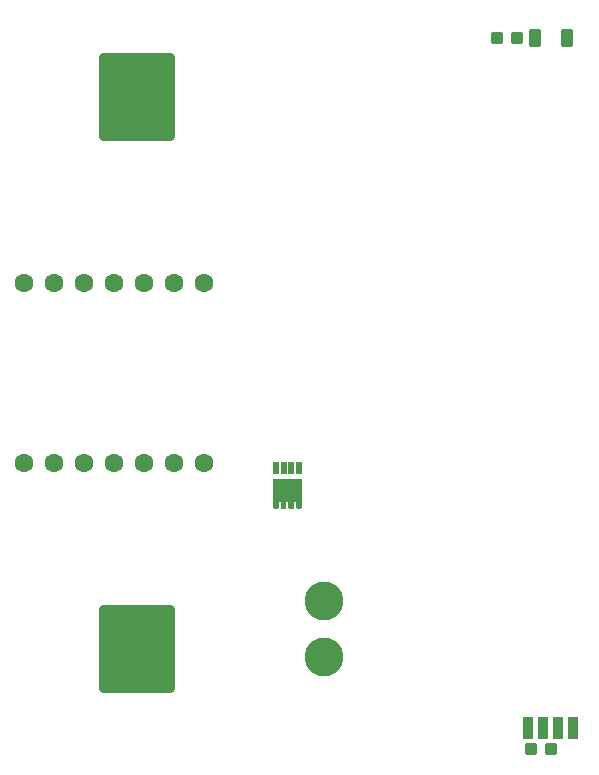
<source format=gbr>
%TF.GenerationSoftware,Altium Limited,Altium Designer,24.10.1 (45)*%
G04 Layer_Color=16711935*
%FSLAX45Y45*%
%MOMM*%
%TF.SameCoordinates,5FB93C32-CF51-4A86-A7AC-1E4FFFE00694*%
%TF.FilePolarity,Negative*%
%TF.FileFunction,Soldermask,Bot*%
%TF.Part,Single*%
G01*
G75*
%TA.AperFunction,SMDPad,CuDef*%
G04:AMPARAMS|DCode=23|XSize=2.35mm|YSize=1.8mm|CornerRadius=0.09mm|HoleSize=0mm|Usage=FLASHONLY|Rotation=180.000|XOffset=0mm|YOffset=0mm|HoleType=Round|Shape=RoundedRectangle|*
%AMROUNDEDRECTD23*
21,1,2.35000,1.62000,0,0,180.0*
21,1,2.17000,1.80000,0,0,180.0*
1,1,0.18000,-1.08500,0.81000*
1,1,0.18000,1.08500,0.81000*
1,1,0.18000,1.08500,-0.81000*
1,1,0.18000,-1.08500,-0.81000*
%
%ADD23ROUNDEDRECTD23*%
G04:AMPARAMS|DCode=33|XSize=1.1mm|YSize=1mm|CornerRadius=0.1625mm|HoleSize=0mm|Usage=FLASHONLY|Rotation=90.000|XOffset=0mm|YOffset=0mm|HoleType=Round|Shape=RoundedRectangle|*
%AMROUNDEDRECTD33*
21,1,1.10000,0.67500,0,0,90.0*
21,1,0.77500,1.00000,0,0,90.0*
1,1,0.32500,0.33750,0.38750*
1,1,0.32500,0.33750,-0.38750*
1,1,0.32500,-0.33750,-0.38750*
1,1,0.32500,-0.33750,0.38750*
%
%ADD33ROUNDEDRECTD33*%
G04:AMPARAMS|DCode=34|XSize=0.9mm|YSize=1.9mm|CornerRadius=0.09mm|HoleSize=0mm|Usage=FLASHONLY|Rotation=180.000|XOffset=0mm|YOffset=0mm|HoleType=Round|Shape=RoundedRectangle|*
%AMROUNDEDRECTD34*
21,1,0.90000,1.72000,0,0,180.0*
21,1,0.72000,1.90000,0,0,180.0*
1,1,0.18000,-0.36000,0.86000*
1,1,0.18000,0.36000,0.86000*
1,1,0.18000,0.36000,-0.86000*
1,1,0.18000,-0.36000,-0.86000*
%
%ADD34ROUNDEDRECTD34*%
%TA.AperFunction,ConnectorPad*%
G04:AMPARAMS|DCode=36|XSize=1.1mm|YSize=1mm|CornerRadius=0.1625mm|HoleSize=0mm|Usage=FLASHONLY|Rotation=90.000|XOffset=0mm|YOffset=0mm|HoleType=Round|Shape=RoundedRectangle|*
%AMROUNDEDRECTD36*
21,1,1.10000,0.67500,0,0,90.0*
21,1,0.77500,1.00000,0,0,90.0*
1,1,0.32500,0.33750,0.38750*
1,1,0.32500,0.33750,-0.38750*
1,1,0.32500,-0.33750,-0.38750*
1,1,0.32500,-0.33750,0.38750*
%
%ADD36ROUNDEDRECTD36*%
%TA.AperFunction,ComponentPad*%
%ADD37C,3.30000*%
%TA.AperFunction,WasherPad*%
%ADD38C,0.10000*%
%TA.AperFunction,ComponentPad*%
%ADD39C,0.10000*%
%TA.AperFunction,SMDPad,CuDef*%
G04:AMPARAMS|DCode=40|XSize=7.44mm|YSize=6.45mm|CornerRadius=0.3675mm|HoleSize=0mm|Usage=FLASHONLY|Rotation=270.000|XOffset=0mm|YOffset=0mm|HoleType=Round|Shape=RoundedRectangle|*
%AMROUNDEDRECTD40*
21,1,7.44000,5.71500,0,0,270.0*
21,1,6.70500,6.45000,0,0,270.0*
1,1,0.73500,-2.85750,-3.35250*
1,1,0.73500,-2.85750,3.35250*
1,1,0.73500,2.85750,3.35250*
1,1,0.73500,2.85750,-3.35250*
%
%ADD40ROUNDEDRECTD40*%
G04:AMPARAMS|DCode=41|XSize=0.5mm|YSize=1.1mm|CornerRadius=0.1mm|HoleSize=0mm|Usage=FLASHONLY|Rotation=0.000|XOffset=0mm|YOffset=0mm|HoleType=Round|Shape=RoundedRectangle|*
%AMROUNDEDRECTD41*
21,1,0.50000,0.90000,0,0,0.0*
21,1,0.30000,1.10000,0,0,0.0*
1,1,0.20000,0.15000,-0.45000*
1,1,0.20000,-0.15000,-0.45000*
1,1,0.20000,-0.15000,0.45000*
1,1,0.20000,0.15000,0.45000*
%
%ADD41ROUNDEDRECTD41*%
G04:AMPARAMS|DCode=42|XSize=1mm|YSize=1.5mm|CornerRadius=0.095mm|HoleSize=0mm|Usage=FLASHONLY|Rotation=180.000|XOffset=0mm|YOffset=0mm|HoleType=Round|Shape=RoundedRectangle|*
%AMROUNDEDRECTD42*
21,1,1.00000,1.31000,0,0,180.0*
21,1,0.81000,1.50000,0,0,180.0*
1,1,0.19000,-0.40500,0.65500*
1,1,0.19000,0.40500,0.65500*
1,1,0.19000,0.40500,-0.65500*
1,1,0.19000,-0.40500,-0.65500*
%
%ADD42ROUNDEDRECTD42*%
%TA.AperFunction,ComponentPad*%
%ADD43C,1.60000*%
G36*
X2484020Y2404972D02*
X2484473Y2404927D01*
X2484473Y2404927D01*
X2484474D01*
X2485172Y2404715D01*
X2485415Y2404642D01*
X2485415D01*
X2485416Y2404641D01*
X2487254Y2403880D01*
X2487518Y2403739D01*
X2488123Y2403416D01*
X2488884Y2402790D01*
X2490291Y2401384D01*
X2490695Y2400891D01*
X2490915Y2400623D01*
X2491379Y2399754D01*
X2492141Y2397917D01*
X2492141Y2397915D01*
Y2397915D01*
X2492215Y2397672D01*
X2492427Y2396974D01*
Y2396973D01*
X2492427Y2396973D01*
X2492523Y2395993D01*
X2492523Y2395005D01*
X2492523Y2395000D01*
X2492523Y2165009D01*
X2492525Y2164014D01*
X2492525Y2164010D01*
X2492525Y2164008D01*
X2492496Y2163710D01*
X2492431Y2163034D01*
X2492430Y2163030D01*
X2492429Y2163028D01*
X2492263Y2162476D01*
X2492146Y2162091D01*
X2492146Y2162089D01*
X2492144Y2162085D01*
X2491384Y2160246D01*
X2491383Y2160243D01*
X2491382Y2160242D01*
X2491187Y2159875D01*
X2490921Y2159377D01*
X2490920Y2159376D01*
X2490918Y2159373D01*
X2490499Y2158862D01*
X2490297Y2158615D01*
X2490295Y2158614D01*
X2490293Y2158612D01*
X2488886Y2157205D01*
X2488883Y2157202D01*
X2488882Y2157201D01*
X2488596Y2156967D01*
X2488125Y2156580D01*
X2488123Y2156579D01*
X2488120Y2156577D01*
X2487540Y2156268D01*
X2487256Y2156116D01*
X2487254Y2156116D01*
X2487251Y2156114D01*
X2485411Y2155354D01*
X2485408Y2155353D01*
X2485406Y2155352D01*
X2485016Y2155235D01*
X2484468Y2155069D01*
X2484465Y2155069D01*
X2484463Y2155068D01*
X2483994Y2155023D01*
X2483488Y2154974D01*
X2483485Y2154974D01*
X2483482Y2154974D01*
X2482512Y2154976D01*
X2482500Y2154975D01*
X2452506Y2154975D01*
X2451511Y2154974D01*
X2451509Y2154974D01*
X2451507Y2154974D01*
X2450999Y2155024D01*
X2450531Y2155069D01*
X2450529Y2155070D01*
X2450527Y2155070D01*
X2450004Y2155229D01*
X2449588Y2155354D01*
X2449587Y2155355D01*
X2449584Y2155356D01*
X2447745Y2156116D01*
X2447744Y2156117D01*
X2447743Y2156117D01*
X2447406Y2156298D01*
X2446876Y2156580D01*
X2446875Y2156581D01*
X2446875Y2156581D01*
X2446310Y2157045D01*
X2446115Y2157205D01*
X2446115Y2157205D01*
X2446113Y2157206D01*
X2444706Y2158614D01*
X2444705Y2158615D01*
X2444704Y2158616D01*
X2444396Y2158991D01*
X2444081Y2159375D01*
X2444080Y2159376D01*
X2444079Y2159378D01*
X2443788Y2159923D01*
X2443617Y2160244D01*
X2443617Y2160245D01*
X2443616Y2160247D01*
X2442855Y2162086D01*
X2442855Y2162088D01*
X2442854Y2162089D01*
X2442734Y2162487D01*
X2442570Y2163029D01*
X2442570Y2163030D01*
X2442570Y2163031D01*
X2442481Y2163941D01*
X2442475Y2164009D01*
D01*
X2442474Y2164012D01*
X2442476Y2165007D01*
X2442475Y2207254D01*
X2442471Y2207294D01*
X2442356Y2207572D01*
X2442323Y2207606D01*
X2442044Y2207722D01*
X2442003Y2207725D01*
X2427996Y2207725D01*
X2427958Y2207721D01*
X2427677Y2207605D01*
X2427643Y2207571D01*
X2427527Y2207291D01*
X2427524Y2207255D01*
X2427523Y2165005D01*
X2427524Y2164010D01*
X2427524Y2164008D01*
X2427524Y2164007D01*
X2427468Y2163434D01*
X2427429Y2163030D01*
X2427428Y2163029D01*
X2427428Y2163027D01*
X2427273Y2162515D01*
X2427144Y2162087D01*
X2427143Y2162086D01*
X2427142Y2162084D01*
X2426382Y2160245D01*
X2426381Y2160244D01*
X2426380Y2160243D01*
X2426116Y2159748D01*
X2425918Y2159377D01*
X2425917Y2159376D01*
X2425916Y2159374D01*
X2425428Y2158780D01*
X2425293Y2158615D01*
X2425293Y2158615D01*
X2425291Y2158613D01*
X2423884Y2157206D01*
X2423883Y2157205D01*
X2423882Y2157205D01*
X2423121Y2156580D01*
X2422481Y2156239D01*
X2422254Y2156118D01*
X2422253Y2156117D01*
X2422252Y2156117D01*
X2420413Y2155356D01*
X2420412Y2155356D01*
X2420410Y2155355D01*
X2419850Y2155186D01*
X2419471Y2155071D01*
X2419469D01*
X2419467Y2155070D01*
X2418619Y2154988D01*
X2418490Y2154975D01*
X2418490D01*
X2418487Y2154975D01*
X2417512Y2154976D01*
X2417500Y2154975D01*
X2387509Y2154975D01*
X2386514Y2154974D01*
X2386510Y2154974D01*
X2386509D01*
X2386213Y2155003D01*
X2385533Y2155068D01*
X2385531Y2155069D01*
X2385529Y2155069D01*
X2384984Y2155234D01*
X2384591Y2155353D01*
X2384589Y2155354D01*
X2384586Y2155355D01*
X2382746Y2156115D01*
X2382744Y2156116D01*
X2382742Y2156117D01*
X2382216Y2156398D01*
X2381877Y2156578D01*
X2381877Y2156579D01*
X2381874Y2156581D01*
X2381430Y2156945D01*
X2381116Y2157202D01*
X2381114Y2157204D01*
X2381112Y2157206D01*
X2379705Y2158613D01*
X2379703Y2158616D01*
X2379702Y2158616D01*
X2379505Y2158857D01*
X2379080Y2159375D01*
X2379079Y2159377D01*
X2379078Y2159378D01*
X2378878Y2159752D01*
X2378616Y2160243D01*
X2378615Y2160246D01*
X2378614Y2160247D01*
X2377855Y2162087D01*
X2377854Y2162090D01*
X2377852Y2162092D01*
X2377744Y2162453D01*
X2377569Y2163029D01*
X2377569Y2163033D01*
X2377568Y2163035D01*
X2377524Y2163490D01*
X2377474Y2164010D01*
X2377474Y2164012D01*
X2377474Y2164015D01*
X2377476Y2165010D01*
X2377475Y2207256D01*
X2377471Y2207296D01*
X2377356Y2207574D01*
X2377324Y2207607D01*
X2377046Y2207722D01*
X2377004Y2207726D01*
X2362994Y2207725D01*
X2362957Y2207722D01*
X2362677Y2207606D01*
X2362643Y2207572D01*
X2362527Y2207292D01*
X2362524Y2207254D01*
X2362523Y2165006D01*
X2362524Y2164011D01*
X2362524Y2164009D01*
X2362524Y2164008D01*
X2362481Y2163563D01*
X2362429Y2163031D01*
X2362429Y2163029D01*
X2362428Y2163027D01*
X2362276Y2162525D01*
X2362144Y2162088D01*
X2362144Y2162087D01*
X2362143Y2162085D01*
X2361383Y2160246D01*
X2361381Y2160243D01*
X2361381Y2160243D01*
X2361258Y2160013D01*
X2360919Y2159377D01*
X2360918Y2159376D01*
X2360917Y2159374D01*
X2360469Y2158828D01*
X2360294Y2158615D01*
X2360294Y2158615D01*
X2360292Y2158613D01*
X2358885Y2157206D01*
X2358883Y2157205D01*
X2358882Y2157203D01*
X2358559Y2156938D01*
X2358124Y2156581D01*
X2358121Y2156580D01*
X2358120Y2156579D01*
X2357520Y2156259D01*
X2357255Y2156117D01*
X2357254Y2156117D01*
X2357251Y2156116D01*
X2355412Y2155356D01*
X2355410Y2155355D01*
X2355409Y2155354D01*
X2354904Y2155202D01*
X2354469Y2155071D01*
X2354468D01*
X2354466Y2155070D01*
X2353901Y2155015D01*
X2353489Y2154975D01*
X2353488Y2154975D01*
X2353486Y2154975D01*
X2352512Y2154976D01*
X2352499Y2154975D01*
X2322512Y2154975D01*
X2321517Y2154973D01*
X2321513Y2154973D01*
X2321511Y2154973D01*
X2321168Y2155006D01*
X2320537Y2155067D01*
X2320534Y2155068D01*
X2320531Y2155068D01*
X2319978Y2155235D01*
X2319594Y2155351D01*
X2319592Y2155352D01*
X2319588Y2155353D01*
X2317747Y2156112D01*
X2317744Y2156114D01*
X2317741Y2156115D01*
X2317344Y2156327D01*
X2316878Y2156575D01*
X2316876Y2156577D01*
X2316872Y2156579D01*
X2316420Y2156950D01*
X2316116Y2157199D01*
X2316114Y2157201D01*
X2316111Y2157204D01*
X2314704Y2158612D01*
X2314701Y2158615D01*
X2314700Y2158616D01*
X2314447Y2158924D01*
X2314079Y2159373D01*
X2314078Y2159376D01*
X2314076Y2159378D01*
X2313804Y2159887D01*
X2313615Y2160242D01*
X2313614Y2160244D01*
X2313613Y2160247D01*
X2312853Y2162087D01*
X2312852Y2162092D01*
X2312850Y2162095D01*
X2312718Y2162534D01*
X2312568Y2163030D01*
X2312567Y2163034D01*
X2312566Y2163038D01*
X2312512Y2163604D01*
X2312473Y2164010D01*
X2312473Y2164013D01*
X2312473Y2164019D01*
X2312475Y2165014D01*
X2312476Y2165017D01*
X2312475Y2207258D01*
X2312471Y2207297D01*
X2312357Y2207574D01*
X2312324Y2207607D01*
X2312047Y2207721D01*
X2312004Y2207725D01*
X2297996D01*
X2297961Y2207722D01*
X2297679Y2207605D01*
X2297644Y2207570D01*
X2297528Y2207289D01*
X2297524Y2207252D01*
X2297523Y2165009D01*
X2297525Y2164013D01*
X2297525Y2164010D01*
X2297525Y2164008D01*
X2297483Y2163572D01*
X2297431Y2163033D01*
X2297429Y2163030D01*
X2297429Y2163027D01*
X2297262Y2162474D01*
X2297146Y2162090D01*
X2297145Y2162089D01*
X2297144Y2162085D01*
X2296384Y2160246D01*
X2296382Y2160243D01*
X2296382Y2160242D01*
X2296156Y2159819D01*
X2295920Y2159377D01*
X2295919Y2159376D01*
X2295918Y2159373D01*
X2295560Y2158938D01*
X2295295Y2158615D01*
X2295294Y2158614D01*
X2295293Y2158612D01*
X2293885Y2157205D01*
X2293883Y2157203D01*
X2293882Y2157202D01*
X2293416Y2156820D01*
X2293123Y2156580D01*
X2293122Y2156580D01*
X2293120Y2156578D01*
X2292581Y2156291D01*
X2292255Y2156116D01*
X2292253Y2156116D01*
X2292251Y2156115D01*
X2290411Y2155355D01*
X2290408Y2155354D01*
X2290406Y2155353D01*
X2289961Y2155219D01*
X2289468Y2155070D01*
X2289466Y2155070D01*
X2289463Y2155069D01*
X2288760Y2155001D01*
X2288488Y2154975D01*
X2288487D01*
X2288483Y2154974D01*
X2287512Y2154976D01*
X2287499Y2154975D01*
X2257510Y2154975D01*
X2256514Y2154973D01*
X2256511Y2154974D01*
X2256507Y2154973D01*
X2256066Y2155017D01*
X2255534Y2155068D01*
X2255530Y2155069D01*
X2255527Y2155069D01*
X2255027Y2155220D01*
X2254591Y2155352D01*
X2254589Y2155353D01*
X2254584Y2155355D01*
X2252743Y2156116D01*
X2252739Y2156118D01*
X2252737Y2156119D01*
X2252295Y2156355D01*
X2251874Y2156580D01*
X2251872Y2156581D01*
X2251869Y2156583D01*
X2251406Y2156964D01*
X2251113Y2157204D01*
X2251111Y2157206D01*
X2251108Y2157209D01*
X2249700Y2158618D01*
X2249698Y2158622D01*
X2249696Y2158623D01*
X2249381Y2159008D01*
X2249076Y2159380D01*
X2249075Y2159382D01*
X2249072Y2159385D01*
X2248822Y2159857D01*
X2248612Y2160249D01*
X2248611Y2160252D01*
X2248610Y2160255D01*
X2247851Y2162097D01*
X2247850Y2162101D01*
X2247849Y2162103D01*
X2247709Y2162568D01*
X2247567Y2163040D01*
X2247567Y2163043D01*
X2247566Y2163046D01*
X2247508Y2163654D01*
X2247473Y2164020D01*
X2247473Y2164022D01*
X2247473Y2164027D01*
X2247476Y2165023D01*
X2247476Y2394998D01*
D01*
X2247475Y2395993D01*
Y2395993D01*
Y2395994D01*
X2247513Y2396379D01*
X2247572Y2396973D01*
X2247572Y2396974D01*
Y2396974D01*
X2247858Y2397916D01*
X2248619Y2399754D01*
X2248975Y2400420D01*
X2249083Y2400622D01*
X2249707Y2401384D01*
X2251114Y2402790D01*
X2251114Y2402790D01*
X2251115Y2402791D01*
X2251876Y2403416D01*
X2252745Y2403880D01*
X2254582Y2404641D01*
X2254583Y2404641D01*
D01*
X2255526Y2404927D01*
X2256216Y2404995D01*
X2256505Y2405023D01*
X2256505D01*
X2256506D01*
X2257495Y2405023D01*
X2257500Y2405023D01*
X2482498D01*
X2483492Y2405024D01*
X2483493D01*
X2483494D01*
X2484020Y2404972D01*
D02*
G37*
D23*
X2370000Y2309999D02*
D03*
D33*
X4315000Y6140000D02*
D03*
X4145000D02*
D03*
D34*
X4663500Y300000D02*
D03*
X4536500D02*
D03*
X4790500D02*
D03*
X4409500D02*
D03*
D36*
X4605000Y120000D02*
D03*
X4435000D02*
D03*
D37*
X2680000Y1370000D02*
D03*
Y900000D02*
D03*
D38*
X1900000Y300000D02*
D03*
Y6300000D02*
D03*
D39*
Y4824000D02*
D03*
Y1312000D02*
D03*
X300000Y1776000D02*
D03*
D40*
X1100000Y5638000D02*
D03*
Y962000D02*
D03*
D41*
X2402500Y2499999D02*
D03*
X2337500D02*
D03*
X2467500D02*
D03*
X2272500D02*
D03*
D42*
X4735000Y6140000D02*
D03*
X4465000D02*
D03*
D43*
X1661998Y2538000D02*
D03*
X1407998D02*
D03*
X1153998D02*
D03*
X899998D02*
D03*
X645998D02*
D03*
X391998D02*
D03*
X137998D02*
D03*
Y4062000D02*
D03*
X391998D02*
D03*
X645998D02*
D03*
X899998D02*
D03*
X1153998D02*
D03*
X1407998D02*
D03*
X1661998D02*
D03*
%TF.MD5,dfa213ec8b2748bb3a5d8be8273f8874*%
M02*

</source>
